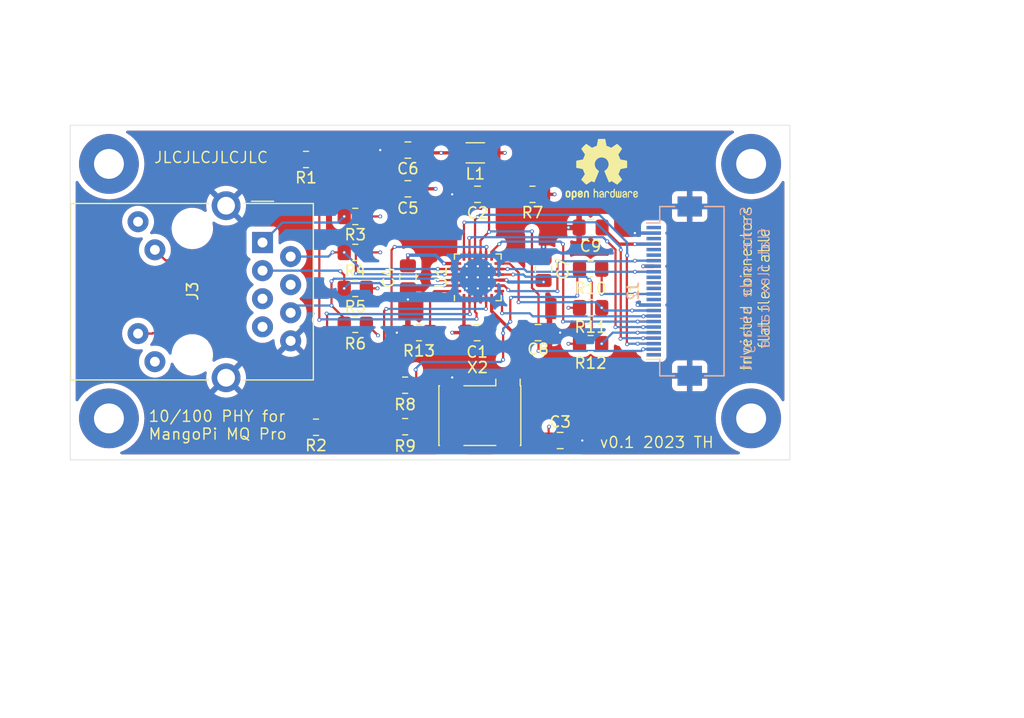
<source format=kicad_pcb>
(kicad_pcb (version 20221018) (generator pcbnew)
  (layers (0 "F.Cu" signal) (1 "In1.Cu" power) (2 "In2.Cu" mixed) (31 "B.Cu" signal) (34 "B.Paste" user) (35 "F.Paste" user) (36 "B.SilkS" user "B.Silkscreen") (37 "F.SilkS" user "F.Silkscreen") (38 "B.Mask" user) (39 "F.Mask" user) (44 "Edge.Cuts" user))
  (net 0 "")
  (net 1 "GND")
  (net 2 "RST")
  (net 3 "VDDA")
  (net 5 "RMII-TXEN")
  (net 6 "RMII-TXD1")
  (net 7 "RMII-RXER")
  (net 8 "RMII-TXD0")
  (net 9 "MDC")
  (net 10 "RMII-RXD1")
  (net 11 "MDIO")
  (net 13 "RMII-TXCK")
  (net 17 "RMII-CRS-DV")
  (net 18 "RMII-RXD0")
  (net 23 "Net-(U1-LED1{slash}REGOFF)")
  (net 24 "Net-(U1-LED2{slash}~{INTSEL})")
  (net 25 "Net-(X2-OUT)")
  (net 26 "Net-(U1-~{INT}{slash}REFCLKO)")
  (net 27 "Net-(U1-XTAL1{slash}CLKIN)")
  (net 28 "Net-(U1-RBIAS)")
  (net 39 "Net-(J3-LEDY_K)")
  (net 40 "Net-(J3-LEDG_K)")
  (net 41 "Net-(J3-TD+)")
  (net 42 "Net-(J3-TD-)")
  (net 43 "Net-(J3-RD+)")
  (net 44 "Net-(J3-RD-)")
  (net 46 "VDD")
  (net 47 "Net-(U1-VDDCR)")
  (footprint "Resistor_SMD:R_0805_2012Metric_Pad1.20x1.40mm_HandSolder" (layer "F.Cu") (at 59.5 44.25)
    (fp_text reference "R12")
    (fp_text value "5k")
  )
  (footprint "Resistor_SMD:R_0805_2012Metric_Pad1.20x1.40mm_HandSolder" (layer "F.Cu") (at 38.25 39.25 180)
    (fp_text reference "R5")
    (fp_text value "50")
  )
  (footprint "Capacitor_SMD:C_0805_2012Metric_Pad1.18x1.45mm_HandSolder" (layer "F.Cu") (at 43 26.75 180)
    (fp_text reference "C6")
    (fp_text value "100n")
  )
  (footprint "Resistor_SMD:R_0805_2012Metric_Pad1.20x1.40mm_HandSolder" (layer "F.Cu") (at 38.25 36 180)
    (fp_text reference "R4")
    (fp_text value "50")
  )
  (footprint "Connector_RJ:RJ45_Amphenol_RJMG1BD3B8K1ANR" (layer "F.Cu") (at 29.87 35.105 -90)
    (fp_text reference "J3")
    (fp_text value "RJ45_Amphenol_RJMG1BD3B8K1ANR")
  )
  (footprint "Capacitor_SMD:C_0805_2012Metric_Pad1.18x1.45mm_HandSolder" (layer "F.Cu") (at 43 38.25 -90)
    (fp_text reference "C4")
    (fp_text value "1u")
  )
  (footprint "MountingHole:MountingHole_2.7mm_Pad" (layer "F.Cu") (at 74 28)
    (fp_text reference "REF**" hide)
    (fp_text value "MountingHole_2.7mm_Pad")
  )
  (footprint "Package_DFN_QFN:VQFN-24-1EP_4x4mm_P0.5mm_EP2.5x2.5mm_ThermalVias" (layer "F.Cu") (at 49.3125 38.25 90)
    (fp_text reference "U1")
    (fp_text value "LAN8720A")
  )
  (footprint "Capacitor_SMD:C_0805_2012Metric_Pad1.18x1.45mm_HandSolder" (layer "F.Cu") (at 49.25 43.25)
    (fp_text reference "C1")
    (fp_text value "100n")
  )
  (footprint "MountingHole:MountingHole_2.7mm_Pad" (layer "F.Cu") (at 74 51)
    (fp_text reference "REF**" hide)
    (fp_text value "MountingHole_2.7mm_Pad")
  )
  (footprint "Resistor_SMD:R_0805_2012Metric_Pad1.20x1.40mm_HandSolder" (layer "F.Cu") (at 38.25 32.75 180)
    (fp_text reference "R3")
    (fp_text value "50")
  )
  (footprint "Symbol:OSHW-Logo2_7.3x6mm_SilkScreen" (layer "F.Cu") (at 60.5 28.5)
    (fp_text reference "REF**" hide)
    (fp_text value "OSHW-Logo2_7.3x6mm_SilkScreen" hide)
  )
  (footprint "Inductor_SMD:L_1206_3216Metric_Pad1.22x1.90mm_HandSolder" (layer "F.Cu") (at 49.0875 27 180)
    (fp_text reference "L1")
    (fp_text value "1uH")
  )
  (footprint "Capacitor_SMD:C_0805_2012Metric_Pad1.18x1.45mm_HandSolder" (layer "F.Cu") (at 59.5 33.75 180)
    (fp_text reference "C9")
    (fp_text value "1u")
  )
  (footprint "Capacitor_SMD:C_0805_2012Metric_Pad1.18x1.45mm_HandSolder" (layer "F.Cu") (at 49.2875 30.75 180)
    (fp_text reference "C2")
    (fp_text value "100n")
  )
  (footprint "Resistor_SMD:R_0805_2012Metric_Pad1.20x1.40mm_HandSolder" (layer "F.Cu") (at 54.25 30.75 180)
    (fp_text reference "R7")
    (fp_text value "5k")
  )
  (footprint "Resistor_SMD:R_0805_2012Metric_Pad1.20x1.40mm_HandSolder" (layer "F.Cu") (at 33.8 27.6 180)
    (fp_text reference "R1")
    (fp_text value "330")
  )
  (footprint "Resistor_SMD:R_0805_2012Metric_Pad1.20x1.40mm_HandSolder" (layer "F.Cu") (at 59.5 41)
    (fp_text reference "R11")
    (fp_text value "5k")
  )
  (footprint "Capacitor_SMD:C_0805_2012Metric_Pad1.18x1.45mm_HandSolder" (layer "F.Cu") (at 55.25 37.5 90)
    (fp_text reference "C7")
    (fp_text value "100n")
  )
  (footprint "Resistor_SMD:R_0805_2012Metric_Pad1.20x1.40mm_HandSolder" (layer "F.Cu") (at 38.25 42.5 180)
    (fp_text reference "R6")
    (fp_text value "50")
  )
  (footprint "Capacitor_SMD:C_0805_2012Metric_Pad1.18x1.45mm_HandSolder" (layer "F.Cu") (at 56.75 53)
    (fp_text reference "C3")
    (fp_text value "100n")
  )
  (footprint "Resistor_SMD:R_0805_2012Metric_Pad1.20x1.40mm_HandSolder" (layer "F.Cu") (at 42.75 48 180)
    (fp_text reference "R8")
    (fp_text value "50")
  )
  (footprint "MountingHole:MountingHole_2.7mm_Pad" (layer "F.Cu") (at 16 51)
    (fp_text reference "REF**" hide)
    (fp_text value "MountingHole_2.7mm_Pad")
  )
  (footprint "Resistor_SMD:R_0805_2012Metric_Pad1.20x1.40mm_HandSolder" (layer "F.Cu") (at 34.7 51.8 180)
    (fp_text reference "R2")
    (fp_text value "330")
  )
  (footprint "MountingHole:MountingHole_2.7mm_Pad" (layer "F.Cu") (at 16 28)
    (fp_text reference "REF**" hide)
    (fp_text value "MountingHole_2.7mm_Pad")
  )
  (footprint "Resistor_SMD:R_0805_2012Metric_Pad1.20x1.40mm_HandSolder" (layer "F.Cu") (at 59.5 37.5)
    (fp_text reference "R10")
    (fp_text value "50")
  )
  (footprint "Resistor_SMD:R_0805_2012Metric_Pad1.20x1.40mm_HandSolder" (layer "F.Cu") (at 44 43.25 180)
    (fp_text reference "R13")
    (fp_text value "12k1")
  )
  (footprint "Capacitor_SMD:C_0805_2012Metric_Pad1.18x1.45mm_HandSolder" (layer "F.Cu") (at 43 30.25 180)
    (fp_text reference "C5")
    (fp_text value "470p")
  )
  (footprint "Connector_FFC-FPC:Hirose_FH12-24S-0.5SH_1x24-1MP_P0.50mm_Horizontal" (layer "F.Cu") (at 67.05 39.5 90)
    (fp_text reference "J1")
    (fp_text value "Conn_01x25_Socket")
  )
  (footprint "Resistor_SMD:R_0805_2012Metric_Pad1.20x1.40mm_HandSolder" (layer "F.Cu") (at 42.75 51.75 180)
    (fp_text reference "R9")
    (fp_text value "50")
  )
  (footprint "Capacitor_SMD:C_0805_2012Metric_Pad1.18x1.45mm_HandSolder" (layer "F.Cu") (at 54.75 43.25)
    (fp_text reference "C8")
    (fp_text value "100n")
  )
  (footprint "Oscillator:Oscillator_SMD_SeikoEpson_SG8002CA-4Pin_7.0x5.0mm" (layer "F.Cu") (at 49.5 50.75 180)
    (fp_text reference "X2")
    (fp_text value "SG-7050CAN")
  )
  (footprint "Connector_FFC-FPC:Hirose_FH12-24S-0.5SH_1x24-1MP_P0.50mm_Horizontal" (layer "B.Cu") (at 67.05 39.5 -90)
    (fp_text reference "J2")
    (fp_text value "Conn_01x25_Socket")
  )
  (gr_rect (start 12.5 24.5) (end 77.5 54.75) (stroke (width 0.05)) (fill none) (layer "Edge.Cuts"))
  (gr_text "Same-side straight\nflat flex cable" (at 75.75 39.25 90) (layer "B.SilkS") (effects (font (size 1 1) (thickness 0.1)) (justify bottom mirror)))
  (gr_text "10/100 PHY for\nMangoPi MQ Pro" (at 19.5 53) (layer "F.SilkS") (effects (font (size 1 1) (thickness 0.125)) (justify left bottom)))
  (gr_text "Inverted connectors\nflat flex cable" (at 75.75 39.25 90) (layer "F.SilkS") (effects (font (size 1 1) (thickness 0.1)) (justify bottom)))
  (gr_text "v0.1 2023 TH" (at 60.25 53.75) (layer "F.SilkS") (effects (font (size 1 1) (thickness 0.125)) (justify left bottom)))
  (gr_text "JLCJLCJLCJLC" (at 20 28) (layer "F.SilkS") (effects (font (size 1 1) (thickness 0.125)) (justify left bottom)))
  (segment (start 58.4625 33.75) (end 57.5 33.75) (width 0.3) (layer "F.Cu") (net 1))
  (segment (start 46.96 48.65) (end 46.96 47.34) (width 0.2) (layer "F.Cu") (net 1))
  (segment (start 55.7875 43.25) (end 56.75 43.25) (width 0.3) (layer "F.Cu") (net 1))
  (segment (start 65.2 37.25) (end 64.25 37.25) (width 0.3) (layer "F.Cu") (net 1))
  (segment (start 41.9625 26.75) (end 41.9625 30.25) (width 0.3) (layer "F.Cu") (net 1))
  (segment (start 55.25 36.4625) (end 55.25 35.5) (width 0.3) (layer "F.Cu") (net 1))
  (segment (start 43 43.25) (end 42 43.25) (width 0.3) (layer "F.Cu") (net 1))
  (segment (start 48.25 30.75) (end 47 30.75) (width 0.2) (layer "F.Cu") (net 1))
  (segment (start 41.9625 26.75) (end 40.5 26.75) (width 0.3) (layer "F.Cu") (net 1))
  (segment (start 65.2 40.75) (end 63.75 40.75) (width 0.3) (layer "F.Cu") (net 1))
  (segment (start 57.7875 53) (end 58.75 53) (width 0.2) (layer "F.Cu") (net 1))
  (segment (start 43 39.2875) (end 43 40.25) (width 0.3) (layer "F.Cu") (net 1))
  (segment (start 65.2 34.25) (end 63.5 34.25) (width 0.3) (layer "F.Cu") (net 1))
  (segment (start 46.96 47.34) (end 47 47.3) (width 0.2) (layer "F.Cu") (net 1))
  (via (at 58.75 53) (size 0.35) (drill 0.2) (layers "F.Cu" "B.Cu") (net 1))
  (via (at 64.25 37.25) (size 0.35) (drill 0.2) (layers "F.Cu" "B.Cu") (net 1))
  (via (at 42 43.25) (size 0.35) (drill 0.2) (layers "F.Cu" "B.Cu") (net 1))
  (via (at 63.5 34.25) (size 0.35) (drill 0.2) (layers "F.Cu" "B.Cu") (net 1))
  (via (at 43 40.25) (size 0.35) (drill 0.2) (layers "F.Cu" "B.Cu") (net 1))
  (via (at 56.75 43.25) (size 0.35) (drill 0.2) (layers "F.Cu" "B.Cu") (net 1))
  (via (at 40.5 26.75) (size 0.35) (drill 0.2) (layers "F.Cu" "B.Cu") (net 1))
  (via (at 55.25 35.5) (size 0.35) (drill 0.2) (layers "F.Cu" "B.Cu") (net 1))
  (via (at 57.5 33.75) (size 0.35) (drill 0.2) (layers "F.Cu" "B.Cu") (net 1))
  (via (at 47 30.75) (size 0.35) (drill 0.2) (layers "F.Cu" "B.Cu") (net 1))
  (via (at 63.75 40.75) (size 0.35) (drill 0.2) (layers "F.Cu" "B.Cu") (net 1))
  (via (at 47 47.3) (size 0.35) (drill 0.2) (layers "F.Cu" "B.Cu") (net 1))
  (segment (start 65.2 37.25) (end 64.25 37.25) (width 0.3) (layer "B.Cu") (net 1))
  (segment (start 65.2 40.75) (end 63.75 40.75) (width 0.3) (layer "B.Cu") (net 1))
  (segment (start 65.2 34.25) (end 63.5 34.25) (width 0.3) (layer "B.Cu") (net 1))
  (segment (start 65.2 44.75) (end 64.3 44.75) (width 0.2) (layer "F.Cu") (net 2))
  (segment (start 50.325 30.75) (end 53.25 30.75) (width 0.2) (layer "F.Cu") (net 2))
  (segment (start 54.8 39.8) (end 54.2 39.2) (width 0.2) (layer "F.Cu") (net 2))
  (segment (start 49.5625 34.913) (end 50.325 34.1505) (width 0.2) (layer "F.Cu") (net 2))
  (segment (start 54.2 39.2) (end 54.2 34.1) (width 0.2) (layer "F.Cu") (net 2))
  (segment (start 50.325 30.75) (end 50.325 34.175) (width 0.2) (layer "F.Cu") (net 2))
  (segment (start 54.8 44.9) (end 54.8 39.8) (width 0.2) (layer "F.Cu") (net 2))
  (segment (start 49.5625 36.3125) (end 49.5625 34.913) (width 0.2) (layer "F.Cu") (net 2))
  (via (at 50.325 34.1505) (size 0.35) (drill 0.2) (layers "F.Cu" "B.Cu") (net 2))
  (via (at 54.8 44.9) (size 0.35) (drill 0.2) (layers "F.Cu" "B.Cu") (net 2))
  (via (at 64.25 44.75) (size 0.35) (drill 0.2) (layers "F.Cu" "B.Cu") (net 2))
  (via (at 54.2 34.1) (size 0.35) (drill 0.2) (layers "F.Cu" "B.Cu") (net 2))
  (segment (start 64.1 44.9) (end 54.8 44.9) (width 0.2) (layer "B.Cu") (net 2))
  (segment (start 65.2 44.75) (end 64.25 44.75) (width 0.2) (layer "B.Cu") (net 2))
  (segment (start 50.3755 34.1) (end 50.325 34.1505) (width 0.2) (layer "B.Cu") (net 2))
  (segment (start 64.25 44.75) (end 64.1 44.9) (width 0.2) (layer "B.Cu") (net 2))
  (segment (start 54.2 34.1) (end 50.3755 34.1) (width 0.2) (layer "B.Cu") (net 2))
  (segment (start 47.425 27) (end 46 27) (width 0.3) (layer "F.Cu") (net 3))
  (segment (start 48.0625 40.1875) (end 48.0625 43.1) (width 0.3) (layer "F.Cu") (net 3))
  (segment (start 44.0375 26.75) (end 44.0375 30.25) (width 0.3) (layer "F.Cu") (net 3))
  (segment (start 46 27) (end 44.2875 27) (width 0.3) (layer "F.Cu") (net 3))
  (segment (start 43 37.2125) (end 43 36.25) (width 0.3) (layer "F.Cu") (net 3))
  (segment (start 39.3 42.5) (end 40.3 43.5) (width 0.2) (layer "F.Cu") (net 3))
  (segment (start 39.25 32.75) (end 40 32.75) (width 0.2) (layer "F.Cu") (net 3))
  (segment (start 47.375 37) (end 46.25 37) (width 0.3) (layer "F.Cu") (net 3))
  (segment (start 40.5 36) (end 39.25 36) (width 0.2) (layer "F.Cu") (net 3))
  (segment (start 44.2875 27) (end 44.0375 26.75) (width 0.3) (layer "F.Cu") (net 3))
  (segment (start 40 32.75) (end 40.5 32.75) (width 0.2) (layer "F.Cu") (net 3))
  (segment (start 48.2125 43.25) (end 47 43.25) (width 0.3) (layer "F.Cu") (net 3))
  (segment (start 44.0375 30.25) (end 45.5 30.25) (width 0.3) (layer "F.Cu") (net 3))
  (segment (start 39.25 39.25) (end 40.25 39.25) (width 0.2) (layer "F.Cu") (net 3))
  (segment (start 39.25 42.5) (end 39.3 42.5) (width 0.2) (layer "F.Cu") (net 3))
  (segment (start 48.0625 43.1) (end 48.2125 43.25) (width 0.3) (layer "F.Cu") (net 3))
  (via (at 40.5 32.75) (size 0.35) (drill 0.2) (layers "F.Cu" "B.Cu") (net 3))
  (via (at 43 36.25) (size 0.35) (drill 0.2) (layers "F.Cu" "B.Cu") (net 3))
  (via (at 45.5 30.25) (size 0.35) (drill 0.2) (layers "F.Cu" "B.Cu") (net 3))
  (via (at 40.5 36) (size 0.35) (drill 0.2) (layers "F.Cu" "B.Cu") (net 3))
  (via (at 40.25 39.25) (size 0.35) (drill 0.2) (layers "F.Cu" "B.Cu") (net 3))
  (via (at 40.3 43.5) (size 0.35) (drill 0.2) (layers "F.Cu" "B.Cu") (net 3))
  (via (at 46 27) (size 0.35) (drill 0.2) (layers "F.Cu" "B.Cu") (net 3))
  (via (at 47 43.25) (size 0.35) (drill 0.2) (layers "F.Cu" "B.Cu") (net 3))
  (via (at 46.25 37) (size 0.35) (drill 0.2) (layers "F.Cu" "B.Cu") (net 3))
  (segment (start 45.5 36.25) (end 46.25 37) (width 0.3) (layer "B.Cu") (net 3))
  (segment (start 43 36.25) (end 45.5 36.25) (width 0.3) (layer "B.Cu") (net 3))
  (segment (start 62.775 44.275) (end 62.775 36.3005) (width 0.2) (layer "F.Cu") (net 5))
  (segment (start 62.775 36.3005) (end 62.8 36.2755) (width 0.2) (layer "F.Cu") (net 5))
  (segment (start 49.0625 33.0375) (end 49.3 32.8) (width 0.2) (layer "F.Cu") (net 5))
  (segment (start 65.2 44.25) (end 63.75 44.25) (width 0.2) (layer "F.Cu") (net 5))
  (segment (start 62.8 44.3) (end 62.775 44.275) (width 0.2) (layer "F.Cu") (net 5))
  (segment (start 49.0625 36.3125) (end 49.0625 33.0375) (width 0.2) (layer "F.Cu") (net 5))
  (via (at 49.3 32.8) (size 0.35) (drill 0.2) (layers "F.Cu" "B.Cu") (net 5))
  (via (at 63.75 44.25) (size 0.35) (drill 0.2) (layers "F.Cu" "B.Cu") (net 5))
  (via (at 62.8 36.2755) (size 0.35) (drill 0.2) (layers "F.Cu" "B.Cu") (net 5))
  (via (at 62.8 44.3) (size 0.35) (drill 0.2) (layers "F.Cu" "B.Cu") (net 5))
  (segment (start 62.8 36.2755) (end 62.8 35.1) (width 0.2) (layer "B.Cu") (net 5))
  (segment (start 60.3 32.6) (end 49.5 32.6) (width 0.2) (layer "B.Cu") (net 5))
  (segment (start 62.85 44.25) (end 62.8 44.3) (width 0.2) (layer "B.Cu") (net 5))
  (segment (start 49.5 32.6) (end 49.3 32.8) (width 0.2) (layer "B.Cu") (net 5))
  (segment (start 65.2 44.25) (end 63.75 44.25) (width 0.2) (layer "B.Cu") (net 5))
  (segment (start 62.8 35.1) (end 60.3 32.6) (width 0.2) (layer "B.Cu") (net 5))
  (segment (start 63.75 44.25) (end 62.85 44.25) (width 0.2) (layer "B.Cu") (net 5))
  (segment (start 62.2 43.8) (end 62.225 43.775) (width 0.2) (layer "F.Cu") (net 6))
  (segment (start 48.0625 36.3125) (end 48.0625 33.3375) (width 0.2) (layer "F.Cu") (net 6))
  (segment (start 62.225 43.775) (end 62.225 35.7745) (width 0.2) (layer "F.Cu") (net 6))
  (segment (start 65.2 43.75) (end 64.25 43.75) (width 0.2) (layer "F.Cu") (net 6))
  (segment (start 48.0625 33.3375) (end 48.1 33.3) (width 0.2) (layer "F.Cu") (net 6))
  (via (at 62.225 35.7745) (size 0.35) (drill 0.2) (layers "F.Cu" "B.Cu") (net 6))
  (via (at 64.25 43.75) (size 0.35) (drill 0.2) (layers "F.Cu" "B.Cu") (net 6))
  (via (at 48.1 33.3) (size 0.35) (drill 0.2) (layers "F.Cu" "B.Cu") (net 6))
  (via (at 62.2 43.8) (size 0.35) (drill 0.2) (layers "F.Cu" "B.Cu") (net 6))
  (segment (start 65.2 43.75) (end 64.25 43.75) (width 0.2) (layer "B.Cu") (net 6))
  (segment (start 62.25 43.75) (end 62.2 43.8) (width 0.2) (layer "B.Cu") (net 6))
  (segment (start 48.125 33.275) (end 48.1 33.3) (width 0.2) (layer "B.Cu") (net 6))
  (segment (start 62.225 35.553248) (end 59.946752 33.275) (width 0.2) (layer "B.Cu") (net 6))
  (segment (start 59.946752 33.275) (end 48.125 33.275) (width 0.2) (layer "B.Cu") (net 6))
  (segment (start 64.25 43.75) (end 62.25 43.75) (width 0.2) (layer "B.Cu") (net 6))
  (segment (start 62.225 35.553248) (end 62.225 35.7745) (width 0.2) (layer "B.Cu") (net 6))
  (segment (start 59.6 43.35) (end 60.5 44.25) (width 0.2) (layer "F.Cu") (net 7))
  (segment (start 51.25 38) (end 52.5 38) (width 0.2) (layer "F.Cu") (net 7))
  (segment (start 59.4 38.5) (end 59.6 38.7) (width 0.2) (layer "F.Cu") (net 7))
  (segment (start 63.75 43.25) (end 65.2 43.25) (width 0.2) (layer "F.Cu") (net 7))
  (segment (start 59.6 38.7) (end 59.6 43.35) (width 0.2) (layer "F.Cu") (net 7))
  (via (at 52.5 38) (size 0.35) (drill 0.2) (layers "F.Cu" "B.Cu") (net 7))
  (via (at 60.5 44.25) (size 0.35) (drill 0.2) (layers "F.Cu" "B.Cu") (net 7))
  (via (at 59.4 38.5) (size 0.35) (drill 0.2) (layers "F.Cu" "B.Cu") (net 7))
  (via (at 63.75 43.25) (size 0.35) (drill 0.2) (layers "F.Cu" "B.Cu") (net 7))
  (segment (start 53.434314 38) (end 53.634315 38.2) (width 0.2) (layer "B.Cu") (net 7))
  (segment (start 59.1 38.2) (end 59.4 38.5) (width 0.2) (layer "B.Cu") (net 7))
  (segment (start 53.634315 38.2) (end 59.1 38.2) (width 0.2) (layer "B.Cu") (net 7))
  (segment (start 63.75 43.25) (end 61.5 43.25) (width 0.2) (layer "B.Cu") (net 7))
  (segment (start 61.5 43.25) (end 60.5 44.25) (width 0.2) (layer "B.Cu") (net 7))
  (segment (start 52.5 38) (end 53.434314 38) (width 0.2) (layer "B.Cu") (net 7))
  (segment (start 65.2 43.25) (end 63.75 43.25) (width 0.2) (layer "B.Cu") (net 7))
  (segment (start 48.5625 34.7255) (end 48.537 34.7) (width 0.2) (layer "F.Cu") (net 8))
  (segment (start 61.75 35.75) (end 61 35) (width 0.2) (layer "F.Cu") (net 8))
  (segment (start 48.5625 36.3125) (end 48.5625 34.7255) (width 0.2) (layer "F.Cu") (net 8))
  (segment (start 61.75 42.75) (end 61.75 35.75) (width 0.2) (layer "F.Cu") (net 8))
  (segment (start 65.2 42.75) (end 64.25 42.75) (width 0.2) (layer "F.Cu") (net 8))
  (via (at 64.25 42.75) (size 0.35) (drill 0.2) (layers "F.Cu" "B.Cu") (net 8))
  (via (at 61.75 42.75) (size 0.35) (drill 0.2) (layers "F.Cu" "B.Cu") (net 8))
  (via (at 61 35) (size 0.35) (drill 0.2) (layers "F.Cu" "B.Cu") (net 8))
  (via (at 48.537 34.7) (size 0.35) (drill 0.2) (layers "F.Cu" "B.Cu") (net 8))
  (segment (start 65.2 42.75) (end 64.25 42.75) (width 0.2) (layer "B.Cu") (net 8))
  (segment (start 60.625 34.625) (end 48.75 34.625) (width 0.2) (layer "B.Cu") (net 8))
  (segment (start 48.537 34.7) (end 48.675 34.7) (width 0.2) (layer "B.Cu") (net 8))
  (segment (start 61 35) (end 60.625 34.625) (width 0.2) (layer "B.Cu") (net 8))
  (segment (start 64.25 42.75) (end 61.75 42.75) (width 0.2) (layer "B.Cu") (net 8))
  (segment (start 48.675 34.7) (end 48.75 34.625) (width 0.2) (layer "B.Cu") (net 8))
  (segment (start 57.025 42.225) (end 57.025 35.275) (width 0.2) (layer "F.Cu") (net 9))
  (segment (start 65.2 42.25) (end 63.75 42.25) (width 0.2) (layer "F.Cu") (net 9))
  (segment (start 50.5625 35.9375) (end 51.25 35.25) (width 0.2) (layer "F.Cu") (net 9))
  (segment (start 57.025 35.275) (end 57 35.25) (width 0.2) (layer "F.Cu") (net 9))
  (segment (start 50.5625 36.3125) (end 50.5625 35.9375) (width 0.2) (layer "F.Cu") (net 9))
  (segment (start 57 42.25) (end 57.025 42.225) (width 0.2) (layer "F.Cu") (net 9))
  (via (at 63.75 42.25) (size 0.35) (drill 0.2) (layers "F.Cu" "B.Cu") (net 9))
  (via (at 57 42.25) (size 0.35) (drill 0.2) (layers "F.Cu" "B.Cu") (net 9))
  (via (at 57 35.25) (size 0.35) (drill 0.2) (layers "F.Cu" "B.Cu") (net 9))
  (via (at 51.25 35.25) (size 0.35) (drill 0.2) (layers "F.Cu" "B.Cu") (net 9))
  (segment (start 56.775 35.025) (end 51.475 35.025) (width 0.2) (layer "B.Cu") (net 9))
  (segment (start 57 35.25) (end 56.775 35.025) (width 0.2) (layer "B.Cu") (net 9))
  (segment (start 63.75 42.25) (end 57 42.25) (width 0.2) (layer "B.Cu") (net 9))
  (segment (start 65.2 42.25) (end 63.75 42.25) (width 0.2) (layer "B.Cu") (net 9))
  (segment (start 51.475 35.025) (end 51.25 35.25) (width 0.2) (layer "B.Cu") (net 9))
  (segment (start 64.275 41.775) (end 64.3 41.75) (width 0.2) (layer "F.Cu") (net 10))
  (segment (start 51.5 41.5) (end 51.5 39.75) (width 0.2) (layer "F.Cu") (net 10))
  (segment (start 64.3 41.75) (end 65.2 41.75) (width 0.2) (layer "F.Cu") (net 10))
  (segment (start 51.5 39.75) (end 51.25 39.5) (width 0.2) (layer "F.Cu") (net 10))
  (via (at 64.275 41.775) (size 0.35) (drill 0.2) (layers "F.Cu" "B.Cu") (net 10))
  (via (at 51.5 41.5) (size 0.35) (drill 0.2) (layers "F.Cu" "B.Cu") (net 10))
  (segment (start 54.275 41.775) (end 54 41.5) (width 0.2) (layer "B.Cu") (net 10))
  (segment (start 54 41.5) (end 51.5 41.5) (width 0.2) (layer "B.Cu") (net 10))
  (segment (start 64.25 41.75) (end 64.275 41.775) (width 0.2) (layer "B.Cu") (net 10))
  (segment (start 64.275 41.775) (end 54.275 41.775) (width 0.2) (layer "B.Cu") (net 10))
  (segment (start 65.2 41.75) (end 64.3 41.75) (width 0.2) (layer "B.Cu") (net 10))
  (segment (start 64.3 41.75) (end 64.25 41.8) (width 0.2) (layer "B.Cu") (net 10))
  (segment (start 64.25 41.8) (end 64.25 41.75) (width 0.2) (layer "B.Cu") (net 10))
  (segment (start 52.171752 37) (end 53 37.828248) (width 0.2) (layer "F.Cu") (net 11))
  (segment (start 63.25 41.25) (end 65.2 41.25) (width 0.2) (layer "F.Cu") (net 11))
  (segment (start 53 37.828248) (end 53 40.5) (width 0.2) (layer "F.Cu") (net 11))
  (segment (start 52 37) (end 52.171752 37) (width 0.2) (layer "F.Cu") (net 11))
  (segment (start 52 37) (end 51.25 37) (width 0.2) (layer "F.Cu") (net 11))
  (via (at 60.5 41) (size 0.35) (drill 0.2) (layers "F.Cu" "B.Cu") (net 11))
  (via (at 63.25 41.25) (size 0.35) (drill 0.2) (layers "F.Cu" "B.Cu") (net 11))
  (via (at 53 40.5) (size 0.35) (drill 0.2) (layers "F.Cu" "B.Cu") (net 11))
  (segment (start 65.2 41.25) (end 63.25 41.25) (width 0.2) (layer "B.Cu") (net 11))
  (segment (start 60.75 41.25) (end 60.5 41) (width 0.2) (layer "B.Cu") (net 11))
  (segment (start 63.25 41.25) (end 60.75 41.25) (width 0.2) (layer "B.Cu") (net 11))
  (segment (start 60 40.5) (end 60.5 41) (width 0.2) (layer "B.Cu") (net 11))
  (segment (start 53 40.5) (end 60 40.5) (width 0.2) (layer "B.Cu") (net 11))
  (segment (start 65.2 39.75) (end 63.5 39.75) (width 0.2) (layer "F.Cu") (net 13))
  (segment (start 60.5 39.75) (end 60.5 37.5) (width 0.2) (layer "F.Cu") (net 13))
  (via (at 60.5 39.75) (size 0.35) (drill 0.2) (layers "F.Cu" "B.Cu") (net 13))
  (via (at 63.5 39.75) (size 0.35) (drill 0.2) (layers "F.Cu" "B.Cu") (net 13))
  (segment (start 63.5 39.75) (end 60.5 39.75) (width 0.2) (layer "B.Cu") (net 13))
  (segment (start 65.2 39.75) (end 63.5 39.75) (width 0.2) (layer "B.Cu") (net 13))
  (segment (start 65.2 37.75) (end 63.5 37.75) (width 0.2) (layer "F.Cu") (net 17))
  (segment (start 52 37.5) (end 51.25 37.5) (width 0.2) (layer "F.Cu") (net 17))
  (via (at 52 37.5) (size 0.35) (drill 0.2) (layers "F.Cu" "B.Cu") (net 17))
  (via (at 63.5 37.75) (size 0.35) (drill 0.2) (layers "F.Cu" "B.Cu") (net 17))
  (segment (start 63.5 37.75) (end 53.75 37.75) (width 0.2) (layer "B.Cu") (net 17))
  (segment (start 53.75 37.75) (end 53.5 37.5) (width 0.2) (layer "B.Cu") (net 17))
  (segment (start 65.2 37.75) (end 63.5 37.75) (width 0.2) (layer "B.Cu") (net 17))
  (segment (start 53.5 37.5) (end 52 37.5) (width 0.2) (layer "B.Cu") (net 17))
  (segment (start 56.5 39.5) (end 56.5 36.8) (width 0.2) (layer "F.Cu") (net 18))
  (segment (start 51.700152 39) (end 52.059788 39.359636) (width 0.2) (layer "F.Cu") (net 18))
  (segment (start 51.25 39) (end 51.700152 39) (width 0.2) (layer "F.Cu") (net 18))
  (segment (start 52.059788 39.359636) (end 52.059788 39.393586) (width 0.2) (layer "F.Cu") (net 18))
  (segment (start 65.2 36.75) (end 63.5 36.75) (width 0.2) (layer "F.Cu") (net 18))
  (via (at 63.5 36.75) (size 0.35) (drill 0.2) (layers "F.Cu" "B.Cu") (net 18))
  (via (at 56.5 39.5) (size 0.35) (drill 0.2) (layers "F.Cu" "B.Cu") (net 18))
  (via (at 52.059788 39.393586) (size 0.35) (drill 0.2) (layers "F.Cu" "B.Cu") (net 18))
  (via (at 56.5 36.8) (size 0.35) (drill 0.2) (layers "F.Cu" "B.Cu") (net 18))
  (segment (start 56.5 36.8) (end 63.45 36.8) (width 0.2) (layer "B.Cu") (net 18))
  (segment (start 63.45 36.8) (end 63.5 36.75) (width 0.2) (layer "B.Cu") (net 18))
  (segment (start 65.2 36.75) (end 63.5 36.75) (width 0.2) (layer "B.Cu") (net 18))
  (segment (start 52.059788 39.393586) (end 52.166202 39.5) (width 0.2) (layer "B.Cu") (net 18))
  (segment (start 52.166202 39.5) (end 56.5 39.5) (width 0.2) (layer "B.Cu") (net 18))
  (segment (start 35 42.1) (end 35 27.8) (width 0.2) (layer "F.Cu") (net 23))
  (segment (start 35 27.8) (end 34.8 27.6) (width 0.2) (layer "F.Cu") (net 23))
  (segment (start 49.0625 40.1875) (end 49.0625 41.365248) (width 0.2) (layer "F.Cu") (net 23))
  (segment (start 49.2 41.502748) (end 49.2 42) (width 0.2) (layer "F.Cu") (net 23))
  (segment (start 49.0625 41.365248) (end 49.2 41.502748) (width 0.2) (layer "F.Cu") (net 23))
  (via (at 35 42.1) (size 0.35) (drill 0.2) (layers "F.Cu" "B.Cu") (net 23))
  (via (at 49.2 42) (size 0.35) (drill 0.2) (layers "F.Cu" "B.Cu") (net 23))
  (segment (start 49.2 42) (end 49.1505 42.0495) (width 0.2) (layer "B.Cu") (net 23))
  (segment (start 35.0505 42.0495) (end 35 42.1) (width 0.2) (layer "B.Cu") (net 23))
  (segment (start 49.1505 42.0495) (end 35.0505 42.0495) (width 0.2) (layer "B.Cu") (net 23))
  (segment (start 48.5625 41.537) (end 48.6 41.5745) (width 0.2) (layer "F.Cu") (net 24))
  (segment (start 48.5625 40.1875) (end 48.5625 41.537) (width 0.2) (layer "F.Cu") (net 24))
  (segment (start 35.7 51.8) (end 35.7 41.566535) (width 0.2) (layer "F.Cu") (net 24))
  (segment (start 35.7 41.566535) (end 35.659269 41.525804) (width 0.2) (layer "F.Cu") (net 24))
  (via (at 35.659269 41.525804) (size 0.35) (drill 0.2) (layers "F.Cu" "B.Cu") (net 24))
  (via (at 48.6 41.5745) (size 0.35) (drill 0.2) (layers "F.Cu" "B.Cu") (net 24))
  (segment (start 48.6 41.5745) (end 35.707965 41.5745) (width 0.2) (layer "B.Cu") (net 24))
  (segment (start 35.707965 41.5745) (end 35.659269 41.525804) (width 0.2) (layer "B.Cu") (net 24))
  (segment (start 43.75 48) (end 43.75 46.65) (width 0.2) (layer "F.Cu") (net 25))
  (segment (start 43.75 51.75) (end 43.75 48) (width 0.2) (layer "F.Cu") (net 25))
  (segment (start 58.5 37.5) (end 58.25 37.75) (width 0.2) (layer "F.Cu") (net 25))
  (segment (start 58.3 37.7) (end 58.5 37.5) (width 0.2) (layer "F.Cu") (net 25))
  (segment (start 43.75 46.65) (end 43.7 46.6) (width 0.2) (layer "F.Cu") (net 25))
  (segment (start 44.85 52.85) (end 43.75 51.75) (width 0.2) (layer "F.Cu") (net 25))
  (segment (start 52.245878 40.154122) (end 52.3 40.1) (width 0.2) (layer "F.Cu") (net 25))
  (segment (start 46.96 52.85) (end 44.85 52.85) (width 0.2) (layer "F.Cu") (net 25))
  (segment (start 58.3 39.9) (end 58.3 37.7) (width 0.2) (layer "F.Cu") (net 25))
  (segment (start 51.6 45.7) (end 51.6 43.3) (width 0.2) (layer "F.Cu") (net 25))
  (segment (start 52.245878 42.254122) (end 52.245878 40.154122) (width 0.2) (layer "F.Cu") (net 25))
  (via (at 51.6 43.3) (size 0.35) (drill 0.2) (layers "F.Cu" "B.Cu") (net 25))
  (via (at 58.3 39.9) (size 0.35) (drill 0.2) (layers "F.Cu" "B.Cu") (net 25))
  (via (at 52.245878 42.254122) (size 0.35) (drill 0.2) (layers "F.Cu" "B.Cu") (net 25))
  (via (at 43.7 46.6) (size 0.35) (drill 0.2) (layers "F.Cu" "B.Cu") (net 25))
  (via (at 51.6 45.7) (size 0.35) (drill 0.2) (layers "F.Cu" "B.Cu") (net 25))
  (via (at 52.3 40.1) (size 0.35) (drill 0.2) (layers "F.Cu" "B.Cu") (net 25))
  (segment (start 52.375 40.025) (end 58.175 40.025) (width 0.2) (layer "B.Cu") (net 25))
  (segment (start 50.7 45.9) (end 51.4 45.9) (width 0.2) (layer "B.Cu") (net 25))
  (segment (start 52.3 40.1) (end 52.375 40.025) (width 0.2) (layer "B.Cu") (net 25))
  (segment (start 43.7 46.6) (end 43.7 46.5) (width 0.2) (layer "B.Cu") (net 25))
  (segment (start 51.6 42.9) (end 52.245878 42.254122) (width 0.2) (layer "B.Cu") (net 25))
  (segment (start 51.4 45.9) (end 51.6 45.7) (width 0.2) (layer "B.Cu") (net 25))
  (segment (start 58.175 40.025) (end 58.3 39.9) (width 0.2) (layer "B.Cu") (net 25))
  (segment (start 43.9 46.3) (end 44.3 45.9) (width 0.2) (layer "B.Cu") (net 25))
  (segment (start 44.3 45.9) (end 50.7 45.9) (width 0.2) (layer "B.Cu") (net 25))
  (segment (start 43.7 46.5) (end 43.9 46.3) (width 0.2) (layer "B.Cu") (net 25))
  (segment (start 51.6 43.3) (end 51.6 42.9) (width 0.2) (layer "B.Cu") (net 25))
  (segment (start 50.0625 35.5375) (end 50.1 35.5) (width 0.2) (layer "F.Cu") (net 26))
  (segment (start 41.8 35.5) (end 41.525 35.775) (width 0.2) (layer "F.Cu") (net 26))
  (segment (start 50.0625 36.3125) (end 50.0625 35.5375) (width 0.2) (layer "F.Cu") (net 26))
  (segment (start 41.525 35.775) (end 41.525 47.775) (width 0.2) (layer "F.Cu") (net 26))
  (segment (start 41.525 47.775) (end 41.75 48) (width 0.2) (layer "F.Cu") (net 26))
  (via (at 50.1 35.5) (size 0.35) (drill 0.2) (layers "F.Cu" "B.Cu") (net 26))
  (via (at 41.8 35.5) (size 0.35) (drill 0.2) (layers "F.Cu" "B.Cu") (net 26))
  (segment (start 50.1 35.5) (end 41.8 35.5) (width 0.2) (layer "B.Cu") (net 26))
  (segment (start 40.85 41.3005) (end 40.85 50.85) (width 0.2) (layer "F.Cu") (net 27))
  (segment (start 50.0625 40.1875) (end 50.0625 41.0755) (width 0.2) (layer "F.Cu") (net 27))
  (segment (start 50.0625 41.0755) (end 50.038 41.1) (width 0.2) (layer "F.Cu") (net 27))
  (segment (start 40.85 50.85) (end 41.75 51.75) (width 0.2) (layer "F.Cu") (net 27))
  (segment (start 41.0505 41.1) (end 40.85 41.3005) (width 0.2) (layer "F.Cu") (net 27))
  (via (at 50.038 41.1) (size 0.35) (drill 0.2) (layers "F.Cu" "B.Cu") (net 27))
  (via (at 41.0505 41.1) (size 0.35) (drill 0.2) (layers "F.Cu" "B.Cu") (net 27))
  (segment (start 50.038 41.1) (end 41.0505 41.1) (width 0.2) (layer "B.Cu") (net 27))
  (segment (start 47.375 39.5) (end 45.4 39.5) (width 0.2) (layer "F.Cu") (net 28))
  (segment (start 45 39.9) (end 45 43.25) (width 0.2) (layer "F.Cu") (net 28))
  (segment (start 45.4 39.5) (end 45 39.9) (width 0.2) (layer "F.Cu") (net 28))
  (segment (start 19.916431 43.335) (end 19.961431 43.29) (width 0.2) (layer "F.Cu") (net 39))
  (segment (start 19.961431 43.29) (end 26.39 43.29) (width 0.2) (layer "F.Cu") (net 39))
  (segment (start 18.58 43.335) (end 19.916431 43.335) (width 0.2) (layer "F.Cu") (net 39))
  (segment (start 33.7 50.6) (end 33.7 51.8) (width 0.2) (layer "F.Cu") (net 39))
  (segment (start 26.39 43.29) (end 33.7 50.6) (width 0.2) (layer "F.Cu") (net 39))
  (segment (start 21.094999 36.709999) (end 20.15 35.765) (width 0.2) (layer "F.Cu") (net 40))
  (segment (start 24.990001 36.709999) (end 21.094999 36.709999) (width 0.2) (layer "F.Cu") (net 40))
  (segment (start 32.8 28.9) (end 24.990001 36.709999) (width 0.2) (layer "F.Cu") (net 40))
  (segment (start 32.8 27.6) (end 32.8 28.9) (width 0.2) (layer "F.Cu") (net 40))
  (segment (start 47.375 38) (end 46.3 38) (width 0.2) (layer "F.Cu") (net 41))
  (segment (start 38.3 37.9) (end 38.3 33.8) (width 0.2) (layer "F.Cu") (net 41))
  (segment (start 38.3 33.8) (end 37.25 32.75) (width 0.2) (layer "F.Cu") (net 41))
  (via (at 46.3 38) (size 0.35) (drill 0.2) (layers "F.Cu" "B.Cu") (net 41))
  (via (at 37.25 32.75) (size 0.35) (drill 0.2) (layers "F.Cu" "B.Cu") (net 41))
  (via (at 38.3 37.9) (size 0.35) (drill 0.2) (layers "F.Cu" "B.Cu") (net 41))
  (segment (start 46.3 38) (end 46.275 37.975) (width 0.2) (layer "B.Cu") (net 41))
  (segment (start 46.275 37.975) (end 38.375 37.975) (width 0.2) (layer "B.Cu") (net 41))
  (segment (start 36.7 33.3) (end 37.25 32.75) (width 0.2) (layer "B.Cu") (net 41))
  (segment (start 29.87 35.105) (end 31.675 33.3) (width 0.2) (layer "B.Cu") (net 41))
  (segment (start 38.375 37.975) (end 38.3 37.9) (width 0.2) (layer "B.Cu") (net 41))
  (segment (start 31.675 33.3) (end 36.7 33.3) (width 0.2) (layer "B.Cu") (net 41))
  (segment (start 37.25 36) (end 36.2 36) (width 0.2) (layer "F.Cu") (net 42))
  (segment (start 47.375 37.5) (end 45.7 37.5) (width 0.2) (layer "F.Cu") (net 42))
  (via (at 37.25 36) (size 0.35) (drill 0.2) (layers "F.Cu" "B.Cu") (net 42))
  (via (at 45.7 37.5) (size 0.35) (drill 0.2) (layers "F.Cu" "B.Cu") (net 42))
  (via (at 36.2 36) (size 0.35) (drill 0.2) (layers "F.Cu" "B.Cu") (net 42))
  (segment (start 36.2 36) (end 35.825 36.375) (width 0.2) (layer "B.Cu") (net 42))
  (segment (start 45.7 37.5) (end 38.75 37.5) (width 0.2) (layer "B.Cu") (net 42))
  (segment (start 38.75 37.5) (end 37.25 36) (width 0.2) (layer "B.Cu") (net 42))
  (segment (start 35.825 36.375) (end 32.36 36.375) (width 0.2) (layer "B.Cu") (net 42))
  (segment (start 37.25 39.25) (end 37.25 38.05) (width 0.2) (layer "F.Cu") (net 43))
  (segment (start 37.25 38.05) (end 36.9 37.7) (width 0.2) (layer "F.Cu") (net 43))
  (segment (start 46.3255 39) (end 46.3 38.9745) (width 0.2) (layer "F.Cu") (net 43))
  (segment (start 47.375 39) (end 46.3255 39) (width 0.2) (layer "F.Cu") (net 43))
  (via (at 36.9 37.7) (size 0.35) (drill 0.2) (layers "F.Cu" "B.Cu") (net 43))
  (via (at 37.25 39.25) (size 0.35) (drill 0.2) (layers "F.Cu" "B.Cu") (net 43))
  (via (at 46.3 38.9745) (size 0.35) (drill 0.2) (layers "F.Cu" "B.Cu") (net 43))
  (segment (start 46.3 38.9745) (end 40.646252 38.9745) (width 0.2) (layer "B.Cu") (net 43))
  (segment (start 36.845 37.645) (end 29.82 37.645) (width 0.2) (layer "B.Cu") (net 43))
  (segment (start 37.725 38.775) (end 37.25 39.25) (width 0.2) (layer "B.Cu") (net 43))
  (segment (start 40.646252 38.9745) (end 40.446752 38.775) (width 0.2) (layer "B.Cu") (net 43))
  (segment (start 36.9 37.7) (end 36.845 37.645) (width 0.2) (layer "B.Cu") (net 43))
  (segment (start 40.446752 38.775) (end 37.725 38.775) (width 0.2) (layer "B.Cu") (net 43))
  (segment (start 37.25 41.95) (end 36.1 40.8) (width 0.2) (layer "F.Cu") (net 44))
  (segment (start 47.375 38.5) (end 45.7 38.5) (width 0.2) (layer "F.Cu") (net 44))
  (segment (start 37.25 42.5) (end 37.25 41.95) (width 0.2) (layer "F.Cu") (net 44))
  (segment (start 36.1 38.6) (end 36.1 40.8) (width 0.2) (layer "F.Cu") (net 44))
  (via (at 45.7 38.5) (size 0.35) (drill 0.2) (layers "F.Cu" "B.Cu") (net 44))
  (via (at 36.1 40.8) (size 0.35) (drill 0.2) (layers "F.Cu" "B.Cu") (net 44))
  (via (at 36.1 38.6) (size 0.35) (drill 0.2) (layers "F.Cu" "B.Cu") (net 44))
  (segment (start 32.41 41.455) (end 33.065 40.8) (width 0.2) (layer "B.Cu") (net 44))
  (segment (start 45.7 38.5) (end 45.575 38.375) (width 0.2) (layer "B.Cu") (net 44))
  (segment (start 33.065 40.8) (end 36.1 40.8) (width 0.2) (layer "B.Cu") (net 44))
  (segment (start 36.325 38.375) (end 36.1 38.6) (width 0.2) (layer "B.Cu") (net 44))
  (segment (start 45.575 38.375) (end 36.325 38.375) (width 0.2) (layer "B.Cu") (net 44))
  (segment (start 62.0375 35.25) (end 60.5375 33.75) (width 0.3) (layer "F.Cu") (net 46))
  (segment (start 51.25 38.5) (end 51.9 38.5) (width 0.3) (layer "F.Cu") (net 46))
  (segment (start 55.7125 51.7875) (end 55.75 51.75) (width 0.2) (layer "F.Cu") (net 46))
  (segment (start 65.2 35.25) (end 63.5 35.25) (width 0.3) (layer "F.Cu") (net 46))
  (segment (start 52.04 52.85) (end 52.04 48.65) (width 0.2) (layer "F.Cu") (net 46))
  (segment (start 55.5625 52.85) (end 52.04 52.85) (width 0.2) (layer "F.Cu") (net 46))
  (segment (start 63.5 35.25) (end 62.0375 35.25) (width 0.3) (layer "F.Cu") (net 46))
  (segment (start 50.75 27) (end 51.75 27) (width 0.3) (layer "F.Cu") (net 46))
  (segment (start 55.7125 53) (end 55.7125 51.7875) (width 0.2) (layer "F.Cu") (net 46))
  (segment (start 55.25 30.75) (end 56.25 30.75) (width 0.3) (layer "F.Cu") (net 46))
  (segment (start 58.5 41) (end 57.5 41) (width 0.2) (layer "F.Cu") (net 46))
  (segment (start 58.5 44.25) (end 57.5 44.25) (width 0.2) (layer "F.Cu") (net 46))
  (segment (start 55.7125 53) (end 55.5625 52.85) (width 0.2) (layer "F.Cu") (net 46))
  (via (at 63.5 35.25) (size 0.35) (drill 0.2) (layers "F.Cu" "B.Cu") (net 46))
  (via (at 55.25 38.6745) (size 0.35) (drill 0.2) (layers "F.Cu" "B.Cu") (net 46))
  (via (at 56.25 30.75) (size 0.35) (drill 0.2) (layers "F.Cu" "B.Cu") (net 46))
  (via (at 51.9 38.5) (size 0.35) (drill 0.2) (layers "F.Cu" "B.Cu") (net 46))
  (via (at 57.5 41) (size 0.35) (drill 0.2) (layers "F.Cu" "B.Cu") (net 46))
  (via (at 55.75 51.75) (size 0.35) (drill 0.2) (layers "F.Cu" "B.Cu") (net 46))
  (via (at 51.75 27) (size 0.35) (drill 0.2) (layers "F.Cu" "B.Cu") (net 46))
  (via (at 57.5 44.25) (size 0.35) (drill 0.2) (layers "F.Cu" "B.Cu") (net 46))
  (segment (start 51.9 38.5) (end 52.0745 38.6745) (width 0.3) (layer "B.Cu") (net 46))
  (segment (start 52.0745 38.6745) (end 55.25 38.6745) (width 0.3) (layer "B.Cu") (net 46))
  (segment (start 65.2 35.25) (end 63.5 35.25) (width 0.3) (layer "B.Cu") (net 46))
  (segment (start 50.5625 41.3125) (end 52.5 43.25) (width 0.3) (layer "F.Cu") (net 47))
  (segment (start 50.5625 40.1875) (end 50.5625 41.3125) (width 0.3) (layer "F.Cu") (net 47))
  (segment (start 52.5 43.25) (end 53.7125 43.25) (width 0.3) (layer "F.Cu") (net 47))
  (zone (net 1) (net_name "GND") (layer "F.Cu") (priority 3) (connect_pads (clearance 0.5)) (min_thickness 0.25) (fill yes (thermal_gap 0.5) (thermal_bridge_width 0.5))
    (polygon (pts (xy 78.7 55.4) (xy 78.6 23.5) (xy 12.1 23.6) (xy 12.2 54.9)))
  )
  (zone (net 1) (net_name "GND") (layer "B.Cu") (priority 5) (connect_pads (clearance 0.5)) (min_thickness 0.25) (fill yes (thermal_gap 0.5) (thermal_bridge_width 0.5))
    (polygon (pts (xy 12.5 24.25) (xy 77.5 24.25) (xy 77.5 54.75) (xy 12.25 54.75)))
  )
)
</source>
